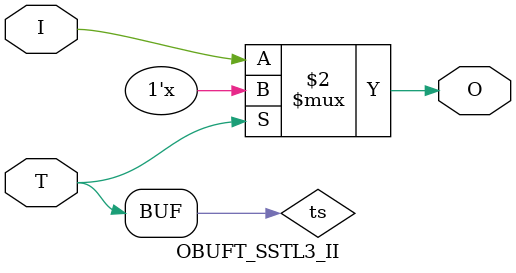
<source format=v>

/*

FUNCTION    : TRI-STATE OUTPUT BUFFER

*/

`celldefine
`timescale  100 ps / 10 ps

module OBUFT_SSTL3_II (O, I, T);

    output O;

    input  I, T;

    or O1 (ts, 1'b0, T);
    bufif0 T1 (O, I, ts);

endmodule

</source>
